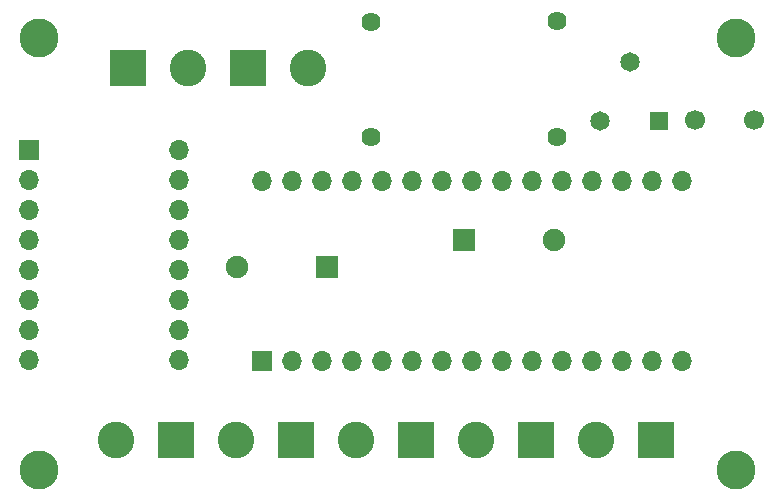
<source format=gbr>
%TF.GenerationSoftware,KiCad,Pcbnew,(5.1.6)-1*%
%TF.CreationDate,2021-06-26T17:30:22+02:00*%
%TF.ProjectId,turnTableDriver,7475726e-5461-4626-9c65-447269766572,rev?*%
%TF.SameCoordinates,Original*%
%TF.FileFunction,Soldermask,Top*%
%TF.FilePolarity,Negative*%
%FSLAX46Y46*%
G04 Gerber Fmt 4.6, Leading zero omitted, Abs format (unit mm)*
G04 Created by KiCad (PCBNEW (5.1.6)-1) date 2021-06-26 17:30:22*
%MOMM*%
%LPD*%
G01*
G04 APERTURE LIST*
%ADD10C,1.700000*%
%ADD11C,1.650000*%
%ADD12R,1.650000X1.650000*%
%ADD13C,3.300000*%
%ADD14C,3.100000*%
%ADD15R,3.100000X3.100000*%
%ADD16C,1.624000*%
%ADD17O,1.900000X1.900000*%
%ADD18R,1.900000X1.900000*%
%ADD19O,1.700000X1.700000*%
%ADD20R,1.700000X1.700000*%
G04 APERTURE END LIST*
D10*
%TO.C,C1*%
X108093500Y-63500000D03*
X113093500Y-63500000D03*
%TD*%
D11*
%TO.C,RV1*%
X102595000Y-58629500D03*
D12*
X105095000Y-63629500D03*
D11*
X100095000Y-63629500D03*
%TD*%
D13*
%TO.C,REF\u002A\u002A*%
X111595000Y-93129500D03*
%TD*%
%TO.C,REF\u002A\u002A*%
X52595000Y-93129500D03*
%TD*%
%TO.C,REF\u002A\u002A*%
X52595000Y-56629500D03*
%TD*%
%TO.C,REF\u002A\u002A*%
X111595000Y-56629500D03*
%TD*%
D14*
%TO.C,J7*%
X75311000Y-59118500D03*
D15*
X70231000Y-59118500D03*
%TD*%
D14*
%TO.C,J6*%
X65151000Y-59118500D03*
D15*
X60071000Y-59118500D03*
%TD*%
D14*
%TO.C,J5*%
X59082000Y-90614500D03*
D15*
X64162000Y-90614500D03*
%TD*%
D14*
%TO.C,J4*%
X99703000Y-90614500D03*
D15*
X104783000Y-90614500D03*
%TD*%
D14*
%TO.C,J3*%
X89543000Y-90614500D03*
D15*
X94623000Y-90614500D03*
%TD*%
D14*
%TO.C,J2*%
X79383000Y-90614500D03*
D15*
X84463000Y-90614500D03*
%TD*%
D14*
%TO.C,J1*%
X69223000Y-90614500D03*
D15*
X74303000Y-90614500D03*
%TD*%
D16*
%TO.C,DC-DC1*%
X96456500Y-55181500D03*
X96456500Y-64960500D03*
X80708500Y-55245000D03*
X80708500Y-64960500D03*
%TD*%
D17*
%TO.C,D2*%
X96202500Y-73723500D03*
D18*
X88582500Y-73723500D03*
%TD*%
D17*
%TO.C,D1*%
X69342000Y-76009500D03*
D18*
X76962000Y-76009500D03*
%TD*%
D19*
%TO.C,A2*%
X64389000Y-66103500D03*
X51689000Y-83883500D03*
X64389000Y-68643500D03*
X51689000Y-81343500D03*
X64389000Y-71183500D03*
X51689000Y-78803500D03*
X64389000Y-73723500D03*
X51689000Y-76263500D03*
X64389000Y-76263500D03*
X51689000Y-73723500D03*
X64389000Y-78803500D03*
X51689000Y-71183500D03*
X64389000Y-81343500D03*
X51689000Y-68643500D03*
X64389000Y-83883500D03*
D20*
X51689000Y-66103500D03*
%TD*%
D19*
%TO.C,A1*%
X107028000Y-68738500D03*
X107028000Y-83978500D03*
X71468000Y-68738500D03*
X104488000Y-83978500D03*
X74008000Y-68738500D03*
X101948000Y-83978500D03*
X76548000Y-68738500D03*
X99408000Y-83978500D03*
X79088000Y-68738500D03*
X96868000Y-83978500D03*
X81628000Y-68738500D03*
X94328000Y-83978500D03*
X84168000Y-68738500D03*
X91788000Y-83978500D03*
X86708000Y-68738500D03*
X89248000Y-83978500D03*
X89248000Y-68738500D03*
X86708000Y-83978500D03*
X91788000Y-68738500D03*
X84168000Y-83978500D03*
X94328000Y-68738500D03*
X81628000Y-83978500D03*
X96868000Y-68738500D03*
X79088000Y-83978500D03*
X99408000Y-68738500D03*
X76548000Y-83978500D03*
X101948000Y-68738500D03*
X74008000Y-83978500D03*
X104488000Y-68738500D03*
D20*
X71468000Y-83978500D03*
%TD*%
M02*

</source>
